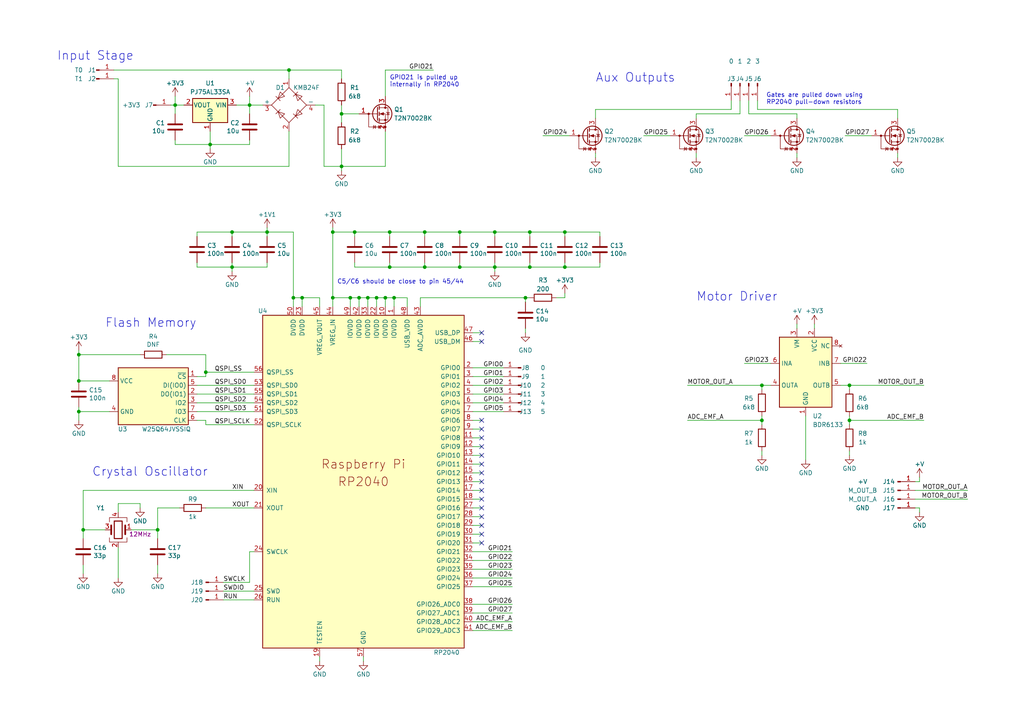
<source format=kicad_sch>
(kicad_sch (version 20230121) (generator eeschema)
  (paper "A4")
  (title_block (title "RP2040-Decoder") (date "2022-01-28") (rev "0.3"))
  (lib_symbols
    (symbol "Conn_01x01_Male_1" (pin_names (offset 1.016) hide)
      (property "Reference" "J1" (at -1.27 0 0))
      (property "Value" "DCC_0" (at -6.35 0 0))
      (symbol "Conn_01x01_Male_1_1_1"
        (polyline (pts (xy 1.27 0) (xy 0.8636 0)) (stroke (width 0.1524)))
        (rectangle (start 0.8636 0.127) (end 0 -0.127) (stroke (width 0.1524)) (fill (type outline)))
        (pin power_out line (at 5.08 0 180) (length 3.81) (name "Pin_1") (number "1"))
      )
    )
    (symbol "Conn_01x01_Male_2" (pin_names (offset 1.016) hide)
      (property "Reference" "J2" (at -1.27 0 0))
      (property "Value" "Conn_01x01_Male_2" (at -6.35 0 0))
      (symbol "Conn_01x01_Male_2_1_1"
        (polyline (pts (xy 1.27 0) (xy 0.8636 0)) (stroke (width 0.1524)))
        (rectangle (start 0.8636 0.127) (end 0 -0.127) (stroke (width 0.1524)) (fill (type outline)))
        (pin power_out line (at 5.08 0 180) (length 3.81) (name "Pin_1") (number "1"))
      )
    )
    (symbol "Connector:Conn_01x01_Male" (pin_names (offset 1.016) hide)
      (property "Reference" "J" (at 0 2.54 0))
      (property "Value" "Conn_01x01_Male" (at 0 -2.54 0))
      (symbol "Conn_01x01_Male_1_1"
        (polyline (pts (xy 1.27 0) (xy 0.8636 0)) (stroke (width 0.1524)))
        (rectangle (start 0.8636 0.127) (end 0 -0.127) (stroke (width 0.1524)) (fill (type outline)))
        (pin passive line (at 5.08 0 180) (length 3.81) (name "Pin_1") (number "1"))
      )
    )
    (symbol "Device:C" (pin_numbers hide) (pin_names (offset 0.254))
      (property "Reference" "C" (at 0.635 2.54 0))
      (property "Value" "C" (at 0.635 -2.54 0))
      (symbol "C_0_1"
        (polyline (pts (xy -2.032 -0.762) (xy 2.032 -0.762)) (stroke (width 0.508)))
        (polyline (pts (xy -2.032 0.762) (xy 2.032 0.762)) (stroke (width 0.508)))
      )
      (symbol "C_1_1"
        (pin passive line (at 0 3.81 270) (length 2.794) (name "~") (number "1"))
        (pin passive line (at 0 -3.81 90) (length 2.794) (name "~") (number "2"))
      )
    )
    (symbol "Device:R" (pin_numbers hide) (pin_names (offset 0))
      (property "Reference" "R" (at 2.032 0 90))
      (property "Value" "R" (at 0 0 90))
      (symbol "R_0_1"
        (rectangle (start -1.016 -2.54) (end 1.016 2.54) (stroke (width 0.254)))
      )
      (symbol "R_1_1"
        (pin passive line (at 0 3.81 270) (length 1.27) (name "~") (number "1"))
        (pin passive line (at 0 -3.81 90) (length 1.27) (name "~") (number "2"))
      )
    )
    (symbol "RP2040-Decoder_Additional_Symbols:+V" (power) (pin_names (offset 0))
      (property "Value" "+V" (at 0 3.556 0))
      (symbol "+V_0_1"
        (polyline (pts (xy -0.762 1.27) (xy 0 2.54)))
        (polyline (pts (xy 0 0) (xy 0 2.54)))
        (polyline (pts (xy 0 2.54) (xy 0.762 1.27)))
      )
      (symbol "+V_1_1"
        (pin power_in line (at 0 0 90) (length 0) hide (name "+V") (number "1"))
      )
    )
    (symbol "RP2040-Decoder_Additional_Symbols:BDR6133"
      (property "Reference" "U" (at 6.35 11.43 0))
      (property "Value" "BDR6133" (at -10.16 11.43 0))
      (symbol "BDR6133_0_1"
        (rectangle (start -7.62 10.16) (end 7.62 -10.16) (stroke (width 0.254)) (fill (type background)))
      )
      (symbol "BDR6133_1_1"
        (pin power_in line (at 0 -12.7 90) (length 2.54) (name "GND") (number "1"))
        (pin power_in line (at 2.54 12.7 270) (length 2.54) (name "VCC") (number "2"))
        (pin power_in line (at -2.54 12.7 270) (length 2.54) (name "VM") (number "3"))
        (pin output line (at -10.16 -3.81 0) (length 2.54) (name "OUTA") (number "4"))
        (pin output line (at 10.16 -3.81 180) (length 2.54) (name "OUTB") (number "5"))
        (pin input line (at -10.16 2.54 0) (length 2.54) (name "INA") (number "6"))
        (pin input line (at 10.16 2.54 180) (length 2.54) (name "INB") (number "7"))
        (pin no_connect line (at 10.16 7.62 180) (length 2.54) (name "NC") (number "8"))
        (pin passive line (at 0 -12.7 90) (length 2.54) hide (name "GND") (number "9"))
      )
    )
    (symbol "RP2040-Decoder_Additional_Symbols:KMB24F" (pin_names (offset 0))
      (property "Reference" "D" (at 2.54 6.985 0))
      (property "Value" "KMB24F" (at 2.54 5.08 0))
      (symbol "KMB24F_0_1"
        (polyline (pts (xy -2.54 3.81) (xy -1.27 2.54)))
        (polyline (pts (xy -1.27 -2.54) (xy -2.54 -3.81)))
        (polyline (pts (xy 2.54 -1.27) (xy 3.81 -2.54)))
        (polyline (pts (xy 2.54 1.27) (xy 3.81 2.54)))
        (polyline (pts (xy -3.81 2.54) (xy -2.54 1.27) (xy -1.905 3.175) (xy -3.81 2.54)))
        (polyline (pts (xy -2.54 -1.27) (xy -3.81 -2.54) (xy -1.905 -3.175) (xy -2.54 -1.27)))
        (polyline (pts (xy 1.27 2.54) (xy 2.54 3.81) (xy 3.175 1.905) (xy 1.27 2.54)))
        (polyline (pts (xy 3.175 -1.905) (xy 1.27 -2.54) (xy 2.54 -3.81) (xy 3.175 -1.905)))
        (polyline (pts (xy -5.08 0) (xy 0 -5.08) (xy 5.08 0) (xy 0 5.08) (xy -5.08 0)))
      )
      (symbol "KMB24F_1_1"
        (pin power_in line (at 0 -7.62 90) (length 2.54) (name "~") (number "1"))
        (pin power_in line (at 0 7.62 270) (length 2.54) (name "~") (number "2"))
        (pin power_out line (at 7.62 0 180) (length 2.54) (name "+") (number "3"))
        (pin power_out line (at -7.62 0 0) (length 2.54) (name "-") (number "4"))
      )
    )
    (symbol "RP2040-Decoder_Additional_Symbols:PJ75AL33SA" (pin_names (offset 0.254))
      (property "Reference" "U" (at -3.81 3.175 0))
      (property "Value" "PJ75AL33SA" (at 0 3.175 0))
      (symbol "PJ75AL33SA_0_1"
        (rectangle (start -5.08 1.905) (end 5.08 -5.08) (stroke (width 0.254)) (fill (type background)))
      )
      (symbol "PJ75AL33SA_1_1"
        (pin power_in line (at 0 -7.62 90) (length 2.54) (name "GND") (number "1"))
        (pin power_out line (at 7.62 0 180) (length 2.54) (name "VOUT") (number "2"))
        (pin power_in line (at -7.62 0 0) (length 2.54) (name "VIN") (number "3"))
      )
    )
    (symbol "RP2040-Decoder_Additional_Symbols:RP2040" (pin_names (offset 1.016))
      (property "Reference" "U" (at -29.21 49.53 0))
      (property "Value" "RP2040" (at 24.13 -49.53 0))
      (symbol "RP2040_0_0"
        (text "Raspberry Pi" (at 0 5.08 0) (effects (font (size 2.54 2.54))))
        (text "RP2040" (at 0 0 0) (effects (font (size 2.54 2.54))))
      )
      (symbol "RP2040_0_1"
        (rectangle (start 29.21 48.26) (end -29.21 -48.26) (stroke (width 0.254)) (fill (type background)))
      )
      (symbol "RP2040_1_1"
        (pin power_in line (at 8.89 50.8 270) (length 2.54) (name "IOVDD") (number "1"))
        (pin power_in line (at 6.35 50.8 270) (length 2.54) (name "IOVDD") (number "10"))
        (pin bidirectional line (at 31.75 12.7 180) (length 2.54) (name "GPIO8") (number "11"))
        (pin bidirectional line (at 31.75 10.16 180) (length 2.54) (name "GPIO9") (number "12"))
        (pin bidirectional line (at 31.75 7.62 180) (length 2.54) (name "GPIO10") (number "13"))
        (pin bidirectional line (at 31.75 5.08 180) (length 2.54) (name "GPIO11") (number "14"))
        (pin bidirectional line (at 31.75 2.54 180) (length 2.54) (name "GPIO12") (number "15"))
        (pin bidirectional line (at 31.75 0 180) (length 2.54) (name "GPIO13") (number "16"))
        (pin bidirectional line (at 31.75 -2.54 180) (length 2.54) (name "GPIO14") (number "17"))
        (pin bidirectional line (at 31.75 -5.08 180) (length 2.54) (name "GPIO15") (number "18"))
        (pin passive line (at -12.7 -50.8 90) (length 2.54) (name "TESTEN") (number "19"))
        (pin bidirectional line (at 31.75 33.02 180) (length 2.54) (name "GPIO0") (number "2"))
        (pin input line (at -31.75 -2.54 0) (length 2.54) (name "XIN") (number "20"))
        (pin passive line (at -31.75 -7.62 0) (length 2.54) (name "XOUT") (number "21"))
        (pin power_in line (at 3.81 50.8 270) (length 2.54) (name "IOVDD") (number "22"))
        (pin power_in line (at -17.78 50.8 270) (length 2.54) (name "DVDD") (number "23"))
        (pin output line (at -31.75 -20.32 0) (length 2.54) (name "SWCLK") (number "24"))
        (pin bidirectional line (at -31.75 -31.75 0) (length 2.54) (name "SWD") (number "25"))
        (pin input line (at -31.75 -34.29 0) (length 2.54) (name "RUN") (number "26"))
        (pin bidirectional line (at 31.75 -7.62 180) (length 2.54) (name "GPIO16") (number "27"))
        (pin bidirectional line (at 31.75 -10.16 180) (length 2.54) (name "GPIO17") (number "28"))
        (pin bidirectional line (at 31.75 -12.7 180) (length 2.54) (name "GPIO18") (number "29"))
        (pin bidirectional line (at 31.75 30.48 180) (length 2.54) (name "GPIO1") (number "3"))
        (pin bidirectional line (at 31.75 -15.24 180) (length 2.54) (name "GPIO19") (number "30"))
        (pin bidirectional line (at 31.75 -17.78 180) (length 2.54) (name "GPIO20") (number "31"))
        (pin bidirectional line (at 31.75 -20.32 180) (length 2.54) (name "GPIO21") (number "32"))
        (pin power_in line (at 1.27 50.8 270) (length 2.54) (name "IOVDD") (number "33"))
        (pin bidirectional line (at 31.75 -22.86 180) (length 2.54) (name "GPIO22") (number "34"))
        (pin bidirectional line (at 31.75 -25.4 180) (length 2.54) (name "GPIO23") (number "35"))
        (pin bidirectional line (at 31.75 -27.94 180) (length 2.54) (name "GPIO24") (number "36"))
        (pin bidirectional line (at 31.75 -30.48 180) (length 2.54) (name "GPIO25") (number "37"))
        (pin bidirectional line (at 31.75 -35.56 180) (length 2.54) (name "GPIO26_ADC0") (number "38"))
        (pin bidirectional line (at 31.75 -38.1 180) (length 2.54) (name "GPIO27_ADC1") (number "39"))
        (pin bidirectional line (at 31.75 27.94 180) (length 2.54) (name "GPIO2") (number "4"))
        (pin bidirectional line (at 31.75 -40.64 180) (length 2.54) (name "GPIO28_ADC2") (number "40"))
        (pin bidirectional line (at 31.75 -43.18 180) (length 2.54) (name "GPIO29_ADC3") (number "41"))
        (pin power_in line (at -1.27 50.8 270) (length 2.54) (name "IOVDD") (number "42"))
        (pin power_in line (at 16.51 50.8 270) (length 2.54) (name "ADC_AVDD") (number "43"))
        (pin power_in line (at -8.89 50.8 270) (length 2.54) (name "VREG_IN") (number "44"))
        (pin power_out line (at -12.7 50.8 270) (length 2.54) (name "VREG_VOUT") (number "45"))
        (pin bidirectional line (at 31.75 40.64 180) (length 2.54) (name "USB_DM") (number "46"))
        (pin bidirectional line (at 31.75 43.18 180) (length 2.54) (name "USB_DP") (number "47"))
        (pin power_in line (at 12.7 50.8 270) (length 2.54) (name "USB_VDD") (number "48"))
        (pin power_in line (at -3.81 50.8 270) (length 2.54) (name "IOVDD") (number "49"))
        (pin bidirectional line (at 31.75 25.4 180) (length 2.54) (name "GPIO3") (number "5"))
        (pin power_in line (at -20.32 50.8 270) (length 2.54) (name "DVDD") (number "50"))
        (pin bidirectional line (at -31.75 20.32 0) (length 2.54) (name "QSPI_SD3") (number "51"))
        (pin output line (at -31.75 16.51 0) (length 2.54) (name "QSPI_SCLK") (number "52"))
        (pin bidirectional line (at -31.75 27.94 0) (length 2.54) (name "QSPI_SD0") (number "53"))
        (pin bidirectional line (at -31.75 22.86 0) (length 2.54) (name "QSPI_SD2") (number "54"))
        (pin bidirectional line (at -31.75 25.4 0) (length 2.54) (name "QSPI_SD1") (number "55"))
        (pin bidirectional line (at -31.75 31.75 0) (length 2.54) (name "QSPI_SS") (number "56"))
        (pin power_in line (at 0 -50.8 90) (length 2.54) (name "GND") (number "57"))
        (pin bidirectional line (at 31.75 22.86 180) (length 2.54) (name "GPIO4") (number "6"))
        (pin bidirectional line (at 31.75 20.32 180) (length 2.54) (name "GPIO5") (number "7"))
        (pin bidirectional line (at 31.75 17.78 180) (length 2.54) (name "GPIO6") (number "8"))
        (pin bidirectional line (at 31.75 15.24 180) (length 2.54) (name "GPIO7") (number "9"))
      )
    )
    (symbol "RP2040-Decoder_Additional_Symbols:T2N7002BK" (pin_names (offset 0) hide)
      (property "Reference" "Q" (at 5.08 1.905 0))
      (property "Value" "T2N7002BK" (at 5.08 0 0))
      (symbol "T2N7002BK_0_1"
        (polyline (pts (xy 2.54 -3.81) (xy -2.286 -3.81) (xy -2.286 0)))
      )
      (symbol "T2N7002BK_1_1"
        (circle (center -2.286 0) (radius 0.254) (fill (type outline)))
        (polyline (pts (xy 0.254 0) (xy -2.54 0)))
        (polyline (pts (xy 0.254 1.905) (xy 0.254 -1.905)) (stroke (width 0.254)))
        (polyline (pts (xy 0.762 -1.27) (xy 0.762 -2.286)) (stroke (width 0.254)))
        (polyline (pts (xy 0.762 0.508) (xy 0.762 -0.508)) (stroke (width 0.254)))
        (polyline (pts (xy 0.762 2.286) (xy 0.762 1.27)) (stroke (width 0.254)))
        (polyline (pts (xy 2.54 2.54) (xy 2.54 1.778)))
        (polyline (pts (xy 2.54 -2.54) (xy 2.54 0) (xy 0.762 0)))
        (polyline (pts (xy -1.016 -4.318) (xy -0.889 -4.191) (xy -0.889 -3.429) (xy -0.762 -3.302)))
        (polyline (pts (xy -0.889 -3.81) (xy -0.254 -4.191) (xy -0.254 -3.429) (xy -0.889 -3.81)))
        (polyline (pts (xy 0.762 -1.778) (xy 3.302 -1.778) (xy 3.302 1.778) (xy 0.762 1.778)))
        (polyline (pts (xy 1.016 0) (xy 2.032 0.381) (xy 2.032 -0.381) (xy 1.016 0)) (fill (type outline)))
        (polyline (pts (xy 1.143 -3.81) (xy 0.508 -3.429) (xy 0.508 -4.191) (xy 1.143 -3.81)))
        (polyline (pts (xy 1.27 -3.302) (xy 1.143 -3.429) (xy 1.143 -4.191) (xy 1.016 -4.318)))
        (polyline (pts (xy 2.794 0.508) (xy 2.921 0.381) (xy 3.683 0.381) (xy 3.81 0.254)))
        (polyline (pts (xy 3.302 0.381) (xy 2.921 -0.254) (xy 3.683 -0.254) (xy 3.302 0.381)))
        (circle (center 1.651 0) (radius 2.794) (stroke (width 0.254)))
        (circle (center 2.54 -3.81) (radius 0.254) (fill (type outline)))
        (circle (center 2.54 -1.778) (radius 0.254) (fill (type outline)))
        (circle (center 2.54 1.778) (radius 0.254) (fill (type outline)))
        (pin input line (at -5.08 0 0) (length 2.54) (name "G") (number "1"))
        (pin passive line (at 2.54 -5.08 90) (length 2.54) (name "S") (number "2"))
        (pin passive line (at 2.54 5.08 270) (length 2.54) (name "D") (number "3"))
      )
    )
    (symbol "RP2040-Decoder_Additional_Symbols:W25Q64JVSSIQ"
      (property "Reference" "U" (at -8.89 -10.16 0))
      (property "Value" "W25Q64JVSSIQ" (at 3.81 -10.16 0))
      (symbol "W25Q64JVSSIQ_0_1"
        (rectangle (start -10.16 7.62) (end 10.16 -8.89) (stroke (width 0.254)) (fill (type background)))
      )
      (symbol "W25Q64JVSSIQ_1_1"
        (pin input line (at 12.7 5.08 180) (length 2.54) (name "~{CS}") (number "1"))
        (pin bidirectional line (at 12.7 0 180) (length 2.54) (name "DO(IO1)") (number "2"))
        (pin bidirectional line (at 12.7 -2.54 180) (length 2.54) (name "IO2") (number "3"))
        (pin power_in line (at -12.7 -5.08 0) (length 2.54) (name "GND") (number "4"))
        (pin bidirectional line (at 12.7 2.54 180) (length 2.54) (name "DI(IO0)") (number "5"))
        (pin input line (at 12.7 -7.62 180) (length 2.54) (name "CLK") (number "6"))
        (pin bidirectional line (at 12.7 -5.08 180) (length 2.54) (name "IO3") (number "7"))
        (pin power_in line (at -12.7 3.81 0) (length 2.54) (name "VCC") (number "8"))
      )
    )
    (symbol "RP2040-Decoder_Additional_Symbols:X322512MSB4SI" (pin_names (offset 1.016) hide)
      (property "Reference" "Y" (at 3.175 5.08 0))
      (property "Value" "X322512MSB4SI" (at 3.175 3.175 0))
      (property "Frequency" "12MHz" (at 6.35 -2.54 0))
      (symbol "X322512MSB4SI_0_1"
        (rectangle (start -1.143 2.54) (end 1.143 -2.54) (stroke (width 0.3048)))
        (polyline (pts (xy -2.54 0) (xy -2.032 0)))
        (polyline (pts (xy -2.032 -1.27) (xy -2.032 1.27)) (stroke (width 0.508)))
        (polyline (pts (xy 0 -3.81) (xy 0 -3.556)))
        (polyline (pts (xy 0 3.556) (xy 0 3.81)))
        (polyline (pts (xy 2.032 -1.27) (xy 2.032 1.27)) (stroke (width 0.508)))
        (polyline (pts (xy 2.032 0) (xy 2.54 0)))
        (polyline (pts (xy -2.54 -2.286) (xy -2.54 -3.556) (xy 2.54 -3.556) (xy 2.54 -2.286)))
        (polyline (pts (xy -2.54 2.286) (xy -2.54 3.556) (xy 2.54 3.556) (xy 2.54 2.286)))
      )
      (symbol "X322512MSB4SI_1_1"
        (pin passive line (at -3.81 0 0) (length 1.27) (name "1") (number "1"))
        (pin passive line (at 0 5.08 270) (length 1.27) (name "2") (number "2"))
        (pin passive line (at 3.81 0 180) (length 1.27) (name "3") (number "3"))
        (pin passive line (at 0 -5.08 90) (length 1.27) (name "4") (number "4"))
      )
    )
    (symbol "R_1" (pin_numbers hide) (pin_names (offset 0))
      (property "Reference" "R3" (at 0 5.08 90))
      (property "Value" "200" (at 0 2.54 90))
      (symbol "R_1_0_1"
        (rectangle (start -1.016 -2.54) (end 1.016 2.54) (stroke (width 0.254)))
      )
      (symbol "R_1_1_1"
        (pin passive line (at 0 3.81 270) (length 1.27) (name "~") (number "1"))
        (pin power_out line (at 0 -3.81 90) (length 1.27) (name "~") (number "2"))
      )
    )
    (symbol "power:+1V1" (power) (pin_names (offset 0))
      (property "Value" "+1V1" (at 0 3.556 0))
      (symbol "+1V1_0_1"
        (polyline (pts (xy -0.762 1.27) (xy 0 2.54)))
        (polyline (pts (xy 0 0) (xy 0 2.54)))
        (polyline (pts (xy 0 2.54) (xy 0.762 1.27)))
      )
      (symbol "+1V1_1_1"
        (pin power_in line (at 0 0 90) (length 0) hide (name "+1V1") (number "1"))
      )
    )
    (symbol "power:+3V3" (power) (pin_names (offset 0))
      (property "Value" "+3V3" (at 0 3.556 0))
      (symbol "+3V3_0_1"
        (polyline (pts (xy -0.762 1.27) (xy 0 2.54)))
        (polyline (pts (xy 0 0) (xy 0 2.54)))
        (polyline (pts (xy 0 2.54) (xy 0.762 1.27)))
      )
      (symbol "+3V3_1_1"
        (pin power_in line (at 0 0 90) (length 0) hide (name "+3V3") (number "1"))
      )
    )
    (symbol "power:GND" (power) (pin_names (offset 0))
      (property "Value" "GND" (at 0 -3.81 0))
      (symbol "GND_0_1"
        (polyline (pts (xy 0 0) (xy 0 -1.27) (xy 1.27 -1.27) (xy 0 -2.54) (xy -1.27 -1.27) (xy 0 -1.27)))
      )
      (symbol "GND_1_1"
        (pin power_in line (at 0 0 270) (length 0) hide (name "GND") (number "1"))
      )
    )
  )
  (junction (at 153.67 77.47))
  (junction (at 163.83 67.31))
  (junction (at 114.3 86.36))
  (junction (at 113.03 77.47))
  (junction (at 99.06 48.26))
  (junction (at 152.4 86.36))
  (junction (at 153.67 67.31))
  (junction (at 133.35 67.31))
  (junction (at 102.87 67.31))
  (junction (at 123.19 67.31))
  (junction (at 83.82 20.32))
  (junction (at 143.51 77.47))
  (junction (at 24.13 153.67))
  (junction (at 67.31 77.47))
  (junction (at 111.76 86.36))
  (junction (at 85.09 86.36))
  (junction (at 67.31 67.31))
  (junction (at 104.14 86.36))
  (junction (at 50.8 30.48))
  (junction (at 22.86 119.38))
  (junction (at 60.96 41.91))
  (junction (at 87.63 86.36))
  (junction (at 96.52 67.31))
  (junction (at 246.38 111.76))
  (junction (at 99.06 33.02))
  (junction (at 109.22 86.36))
  (junction (at 143.51 67.31))
  (junction (at 45.72 153.67))
  (junction (at 96.52 86.36))
  (junction (at 77.47 67.31))
  (junction (at 163.83 77.47))
  (junction (at 22.86 102.87))
  (junction (at 246.38 121.92))
  (junction (at 133.35 77.47))
  (junction (at 123.19 77.47))
  (junction (at 101.6 86.36))
  (junction (at 22.86 110.49))
  (junction (at 106.68 86.36))
  (junction (at 113.03 67.31))
  (junction (at 220.98 121.92))
  (junction (at 59.69 107.95))
  (junction (at 220.98 111.76))
  (junction (at 72.39 30.48))
  (no_connect (at 139.7 154.94))
  (no_connect (at 139.7 142.24))
  (no_connect (at 139.7 121.92))
  (no_connect (at 139.7 137.16))
  (no_connect (at 139.7 144.78))
  (no_connect (at 139.7 139.7))
  (no_connect (at 139.7 147.32))
  (no_connect (at 139.7 152.4))
  (no_connect (at 139.7 129.54))
  (no_connect (at 139.7 99.06))
  (no_connect (at 139.7 134.62))
  (no_connect (at 139.7 124.46))
  (no_connect (at 139.7 127))
  (no_connect (at 139.7 96.52))
  (no_connect (at 139.7 157.48))
  (no_connect (at 139.7 132.08))
  (no_connect (at 139.7 149.86))
  (wire (pts (xy 246.38 113.03) (xy 246.38 111.76)))
  (wire (pts (xy 152.4 86.36) (xy 153.67 86.36)))
  (wire (pts (xy 59.69 107.95) (xy 73.66 107.95)))
  (wire (pts (xy 121.92 86.36) (xy 152.4 86.36)))
  (wire (pts (xy 260.35 44.45) (xy 260.35 45.72)))
  (wire (pts (xy 92.71 190.5) (xy 92.71 191.77)))
  (wire (pts (xy 34.29 48.26) (xy 83.82 48.26)))
  (wire (pts (xy 157.48 39.37) (xy 165.1 39.37)))
  (wire (pts (xy 102.87 68.58) (xy 102.87 67.31)))
  (wire (pts (xy 163.83 67.31) (xy 163.83 68.58)))
  (wire (pts (xy 143.51 78.74) (xy 143.51 77.47)))
  (wire (pts (xy 215.9 39.37) (xy 223.52 39.37)))
  (wire (pts (xy 199.39 121.92) (xy 220.98 121.92)))
  (wire (pts (xy 45.72 147.32) (xy 52.07 147.32)))
  (wire (pts (xy 101.6 86.36) (xy 104.14 86.36)))
  (wire (pts (xy 137.16 175.26) (xy 148.59 175.26)))
  (wire (pts (xy 67.31 67.31) (xy 77.47 67.31)))
  (wire (pts (xy 45.72 163.83) (xy 45.72 166.37)))
  (wire (pts (xy 111.76 86.36) (xy 111.76 88.9)))
  (wire (pts (xy 87.63 86.36) (xy 87.63 88.9)))
  (wire (pts (xy 60.96 41.91) (xy 72.39 41.91)))
  (wire (pts (xy 113.03 67.31) (xy 113.03 68.58)))
  (wire (pts (xy 96.52 86.36) (xy 96.52 88.9)))
  (wire (pts (xy 34.29 146.05) (xy 40.64 146.05)))
  (wire (pts (xy 143.51 67.31) (xy 143.51 68.58)))
  (wire (pts (xy 67.31 77.47) (xy 67.31 76.2)))
  (wire (pts (xy 93.98 30.48) (xy 93.98 48.26)))
  (wire (pts (xy 137.16 157.48) (xy 139.7 157.48)))
  (wire (pts (xy 153.67 67.31) (xy 163.83 67.31)))
  (wire (pts (xy 67.31 67.31) (xy 67.31 68.58)))
  (wire (pts (xy 57.15 77.47) (xy 67.31 77.47)))
  (wire (pts (xy 214.63 29.21) (xy 214.63 33.02)))
  (wire (pts (xy 172.72 44.45) (xy 172.72 45.72)))
  (wire (pts (xy 163.83 86.36) (xy 163.83 85.09)))
  (wire (pts (xy 77.47 77.47) (xy 67.31 77.47)))
  (wire (pts (xy 153.67 77.47) (xy 163.83 77.47)))
  (wire (pts (xy 266.7 147.32) (xy 266.7 148.59)))
  (wire (pts (xy 231.14 33.02) (xy 231.14 34.29)))
  (wire (pts (xy 77.47 67.31) (xy 77.47 68.58)))
  (wire (pts (xy 72.39 168.91) (xy 72.39 160.02)))
  (wire (pts (xy 92.71 86.36) (xy 87.63 86.36)))
  (wire (pts (xy 96.52 67.31) (xy 96.52 86.36)))
  (wire (pts (xy 114.3 86.36) (xy 114.3 88.9)))
  (wire (pts (xy 137.16 177.8) (xy 148.59 177.8)))
  (wire (pts (xy 220.98 111.76) (xy 223.52 111.76)))
  (wire (pts (xy 113.03 76.2) (xy 113.03 77.47)))
  (wire (pts (xy 215.9 105.41) (xy 223.52 105.41)))
  (wire (pts (xy 105.41 190.5) (xy 105.41 191.77)))
  (wire (pts (xy 137.16 109.22) (xy 146.05 109.22)))
  (wire (pts (xy 57.15 68.58) (xy 57.15 67.31)))
  (wire (pts (xy 137.16 170.18) (xy 148.59 170.18)))
  (wire (pts (xy 33.02 20.32) (xy 83.82 20.32)))
  (wire (pts (xy 243.84 105.41) (xy 251.46 105.41)))
  (wire (pts (xy 99.06 33.02) (xy 104.14 33.02)))
  (wire (pts (xy 137.16 149.86) (xy 139.7 149.86)))
  (wire (pts (xy 137.16 119.38) (xy 146.05 119.38)))
  (wire (pts (xy 137.16 111.76) (xy 146.05 111.76)))
  (wire (pts (xy 137.16 124.46) (xy 139.7 124.46)))
  (wire (pts (xy 64.77 171.45) (xy 73.66 171.45)))
  (wire (pts (xy 163.83 67.31) (xy 173.99 67.31)))
  (wire (pts (xy 45.72 153.67) (xy 45.72 156.21)))
  (wire (pts (xy 133.35 77.47) (xy 123.19 77.47)))
  (wire (pts (xy 64.77 168.91) (xy 72.39 168.91)))
  (wire (pts (xy 24.13 163.83) (xy 24.13 166.37)))
  (wire (pts (xy 137.16 137.16) (xy 139.7 137.16)))
  (wire (pts (xy 72.39 30.48) (xy 68.58 30.48)))
  (wire (pts (xy 220.98 130.81) (xy 220.98 132.08)))
  (wire (pts (xy 99.06 43.18) (xy 99.06 48.26)))
  (wire (pts (xy 152.4 95.25) (xy 152.4 96.52)))
  (wire (pts (xy 109.22 86.36) (xy 109.22 88.9)))
  (wire (pts (xy 123.19 67.31) (xy 123.19 68.58)))
  (wire (pts (xy 45.72 147.32) (xy 45.72 153.67)))
  (wire (pts (xy 201.93 33.02) (xy 214.63 33.02)))
  (wire (pts (xy 220.98 121.92) (xy 220.98 120.65)))
  (wire (pts (xy 57.15 116.84) (xy 73.66 116.84)))
  (wire (pts (xy 143.51 77.47) (xy 133.35 77.47)))
  (wire (pts (xy 76.2 30.48) (xy 72.39 30.48)))
  (wire (pts (xy 57.15 121.92) (xy 59.69 121.92)))
  (wire (pts (xy 31.75 110.49) (xy 22.86 110.49)))
  (wire (pts (xy 121.92 88.9) (xy 121.92 86.36)))
  (wire (pts (xy 137.16 167.64) (xy 148.59 167.64)))
  (wire (pts (xy 72.39 30.48) (xy 72.39 27.94)))
  (wire (pts (xy 265.43 147.32) (xy 266.7 147.32)))
  (wire (pts (xy 212.09 29.21) (xy 212.09 31.75)))
  (wire (pts (xy 137.16 165.1) (xy 148.59 165.1)))
  (wire (pts (xy 104.14 86.36) (xy 104.14 88.9)))
  (wire (pts (xy 83.82 20.32) (xy 99.06 20.32)))
  (wire (pts (xy 137.16 96.52) (xy 139.7 96.52)))
  (wire (pts (xy 111.76 38.1) (xy 111.76 48.26)))
  (wire (pts (xy 60.96 41.91) (xy 50.8 41.91)))
  (wire (pts (xy 102.87 67.31) (xy 113.03 67.31)))
  (wire (pts (xy 143.51 77.47) (xy 153.67 77.47)))
  (wire (pts (xy 173.99 77.47) (xy 163.83 77.47)))
  (wire (pts (xy 50.8 40.64) (xy 50.8 41.91)))
  (wire (pts (xy 212.09 31.75) (xy 172.72 31.75)))
  (wire (pts (xy 186.69 39.37) (xy 194.31 39.37)))
  (wire (pts (xy 246.38 111.76) (xy 267.97 111.76)))
  (wire (pts (xy 22.86 121.92) (xy 22.86 119.38)))
  (wire (pts (xy 38.1 153.67) (xy 45.72 153.67)))
  (wire (pts (xy 59.69 102.87) (xy 59.69 107.95)))
  (wire (pts (xy 24.13 153.67) (xy 24.13 156.21)))
  (wire (pts (xy 137.16 182.88) (xy 148.59 182.88)))
  (wire (pts (xy 220.98 123.19) (xy 220.98 121.92)))
  (wire (pts (xy 59.69 109.22) (xy 59.69 107.95)))
  (wire (pts (xy 113.03 77.47) (xy 123.19 77.47)))
  (wire (pts (xy 246.38 121.92) (xy 246.38 120.65)))
  (wire (pts (xy 137.16 152.4) (xy 139.7 152.4)))
  (wire (pts (xy 201.93 44.45) (xy 201.93 45.72)))
  (wire (pts (xy 266.7 138.43) (xy 266.7 139.7)))
  (wire (pts (xy 106.68 86.36) (xy 109.22 86.36)))
  (wire (pts (xy 137.16 132.08) (xy 139.7 132.08)))
  (wire (pts (xy 34.29 158.75) (xy 34.29 167.64)))
  (wire (pts (xy 102.87 77.47) (xy 102.87 76.2)))
  (wire (pts (xy 106.68 86.36) (xy 106.68 88.9)))
  (wire (pts (xy 24.13 142.24) (xy 24.13 153.67)))
  (wire (pts (xy 118.11 86.36) (xy 118.11 88.9)))
  (wire (pts (xy 22.86 119.38) (xy 22.86 118.11)))
  (wire (pts (xy 123.19 67.31) (xy 133.35 67.31)))
  (wire (pts (xy 137.16 116.84) (xy 146.05 116.84)))
  (wire (pts (xy 99.06 49.53) (xy 99.06 48.26)))
  (wire (pts (xy 64.77 173.99) (xy 73.66 173.99)))
  (wire (pts (xy 22.86 102.87) (xy 40.64 102.87)))
  (wire (pts (xy 137.16 162.56) (xy 148.59 162.56)))
  (wire (pts (xy 219.71 29.21) (xy 219.71 31.75)))
  (wire (pts (xy 57.15 114.3) (xy 73.66 114.3)))
  (wire (pts (xy 173.99 67.31) (xy 173.99 68.58)))
  (wire (pts (xy 59.69 147.32) (xy 73.66 147.32)))
  (wire (pts (xy 123.19 76.2) (xy 123.19 77.47)))
  (wire (pts (xy 99.06 20.32) (xy 99.06 22.86)))
  (wire (pts (xy 87.63 86.36) (xy 85.09 86.36)))
  (wire (pts (xy 146.05 106.68) (xy 137.16 106.68)))
  (wire (pts (xy 60.96 41.91) (xy 60.96 43.18)))
  (wire (pts (xy 33.02 22.86) (xy 34.29 22.86)))
  (wire (pts (xy 73.66 142.24) (xy 24.13 142.24)))
  (wire (pts (xy 236.22 93.98) (xy 236.22 95.25)))
  (wire (pts (xy 199.39 111.76) (xy 220.98 111.76)))
  (wire (pts (xy 246.38 121.92) (xy 246.38 123.19)))
  (wire (pts (xy 57.15 76.2) (xy 57.15 77.47)))
  (wire (pts (xy 246.38 111.76) (xy 243.84 111.76)))
  (wire (pts (xy 260.35 31.75) (xy 260.35 34.29)))
  (wire (pts (xy 111.76 86.36) (xy 114.3 86.36)))
  (wire (pts (xy 57.15 111.76) (xy 73.66 111.76)))
  (wire (pts (xy 133.35 67.31) (xy 133.35 68.58)))
  (wire (pts (xy 83.82 38.1) (xy 83.82 48.26)))
  (wire (pts (xy 49.53 30.48) (xy 50.8 30.48)))
  (wire (pts (xy 280.67 144.78) (xy 265.43 144.78)))
  (wire (pts (xy 172.72 31.75) (xy 172.72 34.29)))
  (wire (pts (xy 92.71 86.36) (xy 92.71 88.9)))
  (wire (pts (xy 137.16 154.94) (xy 139.7 154.94)))
  (wire (pts (xy 266.7 139.7) (xy 265.43 139.7)))
  (wire (pts (xy 246.38 121.92) (xy 267.97 121.92)))
  (wire (pts (xy 173.99 76.2) (xy 173.99 77.47)))
  (wire (pts (xy 77.47 67.31) (xy 77.47 66.04)))
  (wire (pts (xy 102.87 77.47) (xy 113.03 77.47)))
  (wire (pts (xy 57.15 67.31) (xy 67.31 67.31)))
  (wire (pts (xy 133.35 67.31) (xy 143.51 67.31)))
  (wire (pts (xy 99.06 33.02) (xy 99.06 35.56)))
  (wire (pts (xy 245.11 39.37) (xy 252.73 39.37)))
  (wire (pts (xy 137.16 147.32) (xy 139.7 147.32)))
  (wire (pts (xy 219.71 31.75) (xy 260.35 31.75)))
  (wire (pts (xy 201.93 34.29) (xy 201.93 33.02)))
  (wire (pts (xy 231.14 44.45) (xy 231.14 45.72)))
  (wire (pts (xy 91.44 30.48) (xy 93.98 30.48)))
  (wire (pts (xy 109.22 86.36) (xy 111.76 86.36)))
  (wire (pts (xy 137.16 127) (xy 139.7 127)))
  (wire (pts (xy 77.47 67.31) (xy 85.09 67.31)))
  (wire (pts (xy 34.29 146.05) (xy 34.29 148.59)))
  (wire (pts (xy 57.15 109.22) (xy 59.69 109.22)))
  (wire (pts (xy 50.8 30.48) (xy 50.8 33.02)))
  (wire (pts (xy 153.67 77.47) (xy 153.67 76.2)))
  (wire (pts (xy 137.16 180.34) (xy 148.59 180.34)))
  (wire (pts (xy 67.31 78.74) (xy 67.31 77.47)))
  (wire (pts (xy 59.69 123.19) (xy 73.66 123.19)))
  (wire (pts (xy 137.16 139.7) (xy 139.7 139.7)))
  (wire (pts (xy 77.47 76.2) (xy 77.47 77.47)))
  (wire (pts (xy 217.17 33.02) (xy 231.14 33.02)))
  (wire (pts (xy 137.16 160.02) (xy 148.59 160.02)))
  (wire (pts (xy 57.15 119.38) (xy 73.66 119.38)))
  (wire (pts (xy 161.29 86.36) (xy 163.83 86.36)))
  (wire (pts (xy 137.16 121.92) (xy 139.7 121.92)))
  (wire (pts (xy 72.39 30.48) (xy 72.39 33.02)))
  (wire (pts (xy 220.98 113.03) (xy 220.98 111.76)))
  (wire (pts (xy 231.14 93.98) (xy 231.14 95.25)))
  (wire (pts (xy 280.67 142.24) (xy 265.43 142.24)))
  (wire (pts (xy 59.69 121.92) (xy 59.69 123.19)))
  (wire (pts (xy 104.14 86.36) (xy 106.68 86.36)))
  (wire (pts (xy 137.16 114.3) (xy 146.05 114.3)))
  (wire (pts (xy 133.35 76.2) (xy 133.35 77.47)))
  (wire (pts (xy 102.87 67.31) (xy 96.52 67.31)))
  (wire (pts (xy 24.13 153.67) (xy 30.48 153.67)))
  (wire (pts (xy 137.16 129.54) (xy 139.7 129.54)))
  (wire (pts (xy 22.86 101.6) (xy 22.86 102.87)))
  (wire (pts (xy 137.16 99.06) (xy 139.7 99.06)))
  (wire (pts (xy 50.8 30.48) (xy 50.8 27.94)))
  (wire (pts (xy 137.16 142.24) (xy 139.7 142.24)))
  (wire (pts (xy 114.3 86.36) (xy 118.11 86.36)))
  (wire (pts (xy 101.6 86.36) (xy 96.52 86.36)))
  (wire (pts (xy 85.09 86.36) (xy 85.09 88.9)))
  (wire (pts (xy 72.39 160.02) (xy 73.66 160.02)))
  (wire (pts (xy 83.82 22.86) (xy 83.82 20.32)))
  (wire (pts (xy 72.39 40.64) (xy 72.39 41.91)))
  (wire (pts (xy 93.98 48.26) (xy 99.06 48.26)))
  (wire (pts (xy 217.17 29.21) (xy 217.17 33.02)))
  (wire (pts (xy 143.51 67.31) (xy 153.67 67.31)))
  (wire (pts (xy 40.64 146.05) (xy 40.64 147.32)))
  (wire (pts (xy 60.96 38.1) (xy 60.96 41.91)))
  (wire (pts (xy 53.34 30.48) (xy 50.8 30.48)))
  (wire (pts (xy 152.4 86.36) (xy 152.4 87.63)))
  (wire (pts (xy 137.16 134.62) (xy 139.7 134.62)))
  (wire (pts (xy 111.76 20.32) (xy 111.76 27.94)))
  (wire (pts (xy 48.26 102.87) (xy 59.69 102.87)))
  (wire (pts (xy 233.68 120.65) (xy 233.68 133.35)))
  (wire (pts (xy 137.16 144.78) (xy 139.7 144.78)))
  (wire (pts (xy 96.52 66.04) (xy 96.52 67.31)))
  (wire (pts (xy 113.03 67.31) (xy 123.19 67.31)))
  (wire (pts (xy 111.76 20.32) (xy 125.73 20.32)))
  (wire (pts (xy 85.09 67.31) (xy 85.09 86.36)))
  (wire (pts (xy 99.06 48.26) (xy 111.76 48.26)))
  (wire (pts (xy 163.83 77.47) (xy 163.83 76.2)))
  (wire (pts (xy 153.67 67.31) (xy 153.67 68.58)))
  (wire (pts (xy 246.38 130.81) (xy 246.38 132.08)))
  (wire (pts (xy 101.6 88.9) (xy 101.6 86.36)))
  (wire (pts (xy 34.29 22.86) (xy 34.29 48.26)))
  (wire (pts (xy 99.06 30.48) (xy 99.06 33.02)))
  (wire (pts (xy 143.51 76.2) (xy 143.51 77.47)))
  (wire (pts (xy 22.86 119.38) (xy 31.75 119.38)))
  (wire (pts (xy 22.86 102.87) (xy 22.86 110.49)))
  (text "Gates are pulled down using\nRP2040 pull-down resistors" (at 222.25 30.48 0) (effects (font (size 1.27 1.27)) (justify left bottom)))
  (text "Motor Driver" (at 201.93 87.63 0) (effects (font (size 2.54 2.54)) (justify left bottom)))
  (text "GPIO21 is pulled up\ninternally in RP2040" (at 113.03 25.4 0) (effects (font (size 1.27 1.27)) (justify left bottom)))
  (text "Aux Outputs" (at 172.72 24.13 0) (effects (font (size 2.54 2.54)) (justify left bottom)))
  (text "Crystal Oscillator" (at 26.67 138.43 0) (effects (font (size 2.54 2.54)) (justify left bottom)))
  (text "C5/C6 should be close to pin 45/44" (at 97.79 82.55 0) (effects (font (size 1.27 1.27)) (justify left bottom)))
  (text "Flash Memory" (at 30.48 95.25 0) (effects (font (size 2.54 2.54)) (justify left bottom)))
  (text "Input Stage" (at 16.51 17.78 0) (effects (font (size 2.54 2.54)) (justify left bottom)))
  (label "GPIO24" (at 148.59 167.64 180))
  (label "MOTOR_OUT_B" (at 267.97 111.76 180))
  (label "GPIO4" (at 146.05 116.84 180))
  (label "SWDIO" (at 64.77 171.45 0))
  (label "ADC_EMF_A" (at 148.59 180.34 180))
  (label "XOUT" (at 67.31 147.32 0))
  (label "GPIO27" (at 245.11 39.37 0))
  (label "QSPI_SD0" (at 62.23 111.76 0))
  (label "GPIO22" (at 148.59 162.56 180))
  (label "XIN" (at 67.31 142.24 0))
  (label "ADC_EMF_A" (at 199.39 121.92 0))
  (label "GPIO21" (at 125.73 20.32 180))
  (label "SWCLK" (at 64.77 168.91 0))
  (label "QSPI_SD3" (at 62.23 119.38 0))
  (label "GPIO2" (at 146.05 111.76 180))
  (label "ADC_EMF_B" (at 148.59 182.88 180))
  (label "GPIO23" (at 215.9 105.41 0))
  (label "GPIO5" (at 146.05 119.38 180))
  (label "GPIO24" (at 157.48 39.37 0))
  (label "GPIO26" (at 215.9 39.37 0))
  (label "QSPI_SD1" (at 62.23 114.3 0))
  (label "MOTOR_OUT_A" (at 280.67 142.24 180))
  (label "GPIO0" (at 146.05 106.68 180))
  (label "GPIO25" (at 148.59 170.18 180))
  (label "RUN" (at 64.77 173.99 0))
  (label "GPIO22" (at 251.46 105.41 180))
  (label "QSPI_SCLK" (at 62.23 123.19 0))
  (label "GPIO3" (at 146.05 114.3 180))
  (label "GPIO23" (at 148.59 165.1 180))
  (label "GPIO21" (at 148.59 160.02 180))
  (label "MOTOR_OUT_A" (at 199.39 111.76 0))
  (label "ADC_EMF_B" (at 267.97 121.92 180))
  (label "GPIO26" (at 148.59 175.26 180))
  (label "GPIO27" (at 148.59 177.8 180))
  (label "QSPI_SD2" (at 62.23 116.84 0))
  (label "MOTOR_OUT_B" (at 280.67 144.78 180))
  (label "GPIO25" (at 186.69 39.37 0))
  (label "QSPI_SS" (at 62.23 107.95 0))
  (label "GPIO1" (at 146.05 109.22 180))
  (symbol (lib_id "Device:C") (at 102.87 72.39 0) (unit 1)
    (property "Reference" "C6" (at 105.791 71.2216 0) (effects (justify left)))
    (property "Value" "10u" (at 105.791 73.533 0) (effects (justify left)))
    (property "Footprint" "RP2040-Decoder_Additional_Footprints:C_0603_1608Metric" (effects hide))
  )
  (symbol (lib_id "Device:C") (at 77.47 72.39 0) (unit 1)
    (property "Reference" "C5" (at 80.391 71.2216 0) (effects (justify left)))
    (property "Value" "10u" (at 80.391 73.533 0) (effects (justify left)))
    (property "Footprint" "Capacitor_SMD:C_0201_0603Metric" (effects hide))
  )
  (symbol (lib_id "Device:C") (at 113.03 72.39 0) (unit 1)
    (property "Reference" "C7" (at 115.951 71.2216 0) (effects (justify left)))
    (property "Value" "100n" (at 115.951 73.533 0) (effects (justify left)))
    (property "Footprint" "Capacitor_SMD:C_0201_0603Metric" (effects hide))
  )
  (symbol (lib_id "Device:C") (at 123.19 72.39 0) (unit 1)
    (property "Reference" "C8" (at 126.111 71.2216 0) (effects (justify left)))
    (property "Value" "100n" (at 126.111 73.533 0) (effects (justify left)))
    (property "Footprint" "Capacitor_SMD:C_0201_0603Metric" (effects hide))
  )
  (symbol (lib_id "Device:C") (at 133.35 72.39 0) (unit 1)
    (property "Reference" "C9" (at 136.271 71.2216 0) (effects (justify left)))
    (property "Value" "100n" (at 136.271 73.533 0) (effects (justify left)))
    (property "Footprint" "Capacitor_SMD:C_0201_0603Metric" (effects hide))
  )
  (symbol (lib_id "Device:C") (at 143.51 72.39 0) (unit 1)
    (property "Reference" "C10" (at 146.431 71.2216 0) (effects (justify left)))
    (property "Value" "100n" (at 146.431 73.533 0) (effects (justify left)))
    (property "Footprint" "Capacitor_SMD:C_0201_0603Metric" (effects hide))
  )
  (symbol (lib_id "power:+1V1") (at 77.47 66.04 0) (unit 1)
    (property "Reference" "#PWR09" (effects hide))
    (property "Value" "+1V1" (at 77.47 62.23 0))
  )
  (symbol (lib_id "Device:C") (at 67.31 72.39 0) (unit 1)
    (property "Reference" "C4" (at 70.231 71.2216 0) (effects (justify left)))
    (property "Value" "100n" (at 70.231 73.533 0) (effects (justify left)))
    (property "Footprint" "Capacitor_SMD:C_0201_0603Metric" (effects hide))
  )
  (symbol (lib_id "Device:C") (at 57.15 72.39 0) (unit 1)
    (property "Reference" "C3" (at 60.071 71.2216 0) (effects (justify left)))
    (property "Value" "100n" (at 60.071 73.533 0) (effects (justify left)))
    (property "Footprint" "Capacitor_SMD:C_0201_0603Metric" (effects hide))
  )
  (symbol (lib_id "Device:C") (at 153.67 72.39 0) (unit 1)
    (property "Reference" "C11" (at 156.591 71.2216 0) (effects (justify left)))
    (property "Value" "100n" (at 156.591 73.533 0) (effects (justify left)))
    (property "Footprint" "Capacitor_SMD:C_0201_0603Metric" (effects hide))
  )
  (symbol (lib_id "Device:C") (at 163.83 72.39 0) (unit 1)
    (property "Reference" "C12" (at 166.751 71.2216 0) (effects (justify left)))
    (property "Value" "100n" (at 166.751 73.533 0) (effects (justify left)))
    (property "Footprint" "Capacitor_SMD:C_0201_0603Metric" (effects hide))
  )
  (symbol (lib_id "Device:C") (at 173.99 72.39 0) (unit 1)
    (property "Reference" "C13" (at 176.911 71.2216 0) (effects (justify left)))
    (property "Value" "100n" (at 176.911 73.533 0) (effects (justify left)))
    (property "Footprint" "Capacitor_SMD:C_0201_0603Metric" (effects hide))
  )
  (symbol (lib_id "Device:C") (at 152.4 91.44 0) (unit 1)
    (property "Reference" "C14" (at 155.321 90.2716 0) (effects (justify left)))
    (property "Value" "10u" (at 155.321 92.583 0) (effects (justify left)))
    (property "Footprint" "RP2040-Decoder_Additional_Footprints:C_0603_1608Metric" (effects hide))
  )
  (symbol (lib_id "Device:C") (at 22.86 114.3 0) (unit 1)
    (property "Reference" "C15" (at 25.781 113.1316 0) (effects (justify left)))
    (property "Value" "100n" (at 25.781 115.443 0) (effects (justify left)))
    (property "Footprint" "Capacitor_SMD:C_0201_0603Metric" (effects hide))
  )
  (symbol (lib_id "Device:R") (at 44.45 102.87 270) (unit 1)
    (property "Reference" "R4" (at 44.45 97.6122 90))
    (property "Value" "DNF" (at 44.45 99.9236 90))
    (property "Footprint" "RP2040-Decoder_Additional_Footprints:R_0603_1608Metric" (effects hide))
  )
  (symbol (lib_id "Device:C") (at 24.13 160.02 0) (unit 1)
    (property "Reference" "C16" (at 27.051 158.8516 0) (effects (justify left)))
    (property "Value" "33p" (at 27.051 161.163 0) (effects (justify left)))
    (property "Footprint" "Capacitor_SMD:C_0201_0603Metric" (effects hide))
  )
  (symbol (lib_id "Device:C") (at 45.72 160.02 0) (unit 1)
    (property "Reference" "C17" (at 48.641 158.8516 0) (effects (justify left)))
    (property "Value" "33p" (at 48.641 161.163 0) (effects (justify left)))
    (property "Footprint" "RP2040-Decoder_Additional_Footprints:C_0603_1608Metric" (effects hide))
  )
  (symbol (lib_id "power:GND") (at 34.29 167.64 0) (unit 1)
    (property "Reference" "#PWR022" (effects hide))
    (property "Value" "GND" (at 34.29 171.45 0))
  )
  (symbol (lib_id "Device:R") (at 55.88 147.32 270) (unit 1)
    (property "Reference" "R9" (at 55.88 144.78 90))
    (property "Value" "1k" (at 55.88 149.86 90))
    (property "Footprint" "Resistor_SMD:R_0201_0603Metric" (effects hide))
  )
  (symbol (lib_id "Device:C") (at 72.39 36.83 0) (mirror y) (unit 1)
    (property "Reference" "C2" (at 69.469 35.6616 0) (effects (justify left)))
    (property "Value" "10u" (at 69.469 37.973 0) (effects (justify left)))
    (property "Footprint" "RP2040-Decoder_Additional_Footprints:C_0603_1608Metric" (effects hide))
  )
  (symbol (lib_id "Device:C") (at 50.8 36.83 0) (mirror y) (unit 1)
    (property "Reference" "C1" (at 47.879 35.6616 0) (effects (justify left)))
    (property "Value" "10u" (at 47.879 37.973 0) (effects (justify left)))
    (property "Footprint" "RP2040-Decoder_Additional_Footprints:C_0603_1608Metric" (effects hide))
  )
  (symbol (lib_id "power:+3V3") (at 50.8 27.94 0) (mirror y) (unit 1)
    (property "Reference" "#PWR01" (effects hide))
    (property "Value" "+3V3" (at 50.8 24.13 0))
  )
  (symbol (lib_id "Device:R") (at 246.38 116.84 180) (unit 1)
    (property "Reference" "R6" (at 250.19 115.57 0))
    (property "Value" "6k8" (at 250.19 118.11 0))
    (property "Footprint" "RP2040-Decoder_Additional_Footprints:R_0603_1608Metric" (effects hide))
  )
  (symbol (lib_id "Device:R") (at 246.38 127 180) (unit 1)
    (property "Reference" "R8" (at 250.19 125.73 0))
    (property "Value" "1k" (at 250.19 128.27 0))
    (property "Footprint" "RP2040-Decoder_Additional_Footprints:R_0603_1608Metric" (effects hide))
  )
  (symbol (lib_id "Device:R") (at 220.98 127 180) (unit 1)
    (property "Reference" "R7" (at 217.17 125.73 0))
    (property "Value" "1k" (at 217.17 128.27 0))
    (property "Footprint" "RP2040-Decoder_Additional_Footprints:R_0603_1608Metric" (effects hide))
  )
  (symbol (lib_id "Device:R") (at 220.98 116.84 180) (unit 1)
    (property "Reference" "R5" (at 217.17 115.57 0))
    (property "Value" "6k8" (at 217.17 118.11 0))
    (property "Footprint" "RP2040-Decoder_Additional_Footprints:R_0603_1608Metric" (effects hide))
  )
  (symbol (lib_id "Device:R") (at 99.06 39.37 180) (unit 1)
    (property "Reference" "R2" (at 102.87 38.1 0))
    (property "Value" "6k8" (at 102.87 40.64 0))
    (property "Footprint" "RP2040-Decoder_Additional_Footprints:R_0603_1608Metric" (effects hide))
  )
  (symbol (lib_id "power:GND") (at 266.7 148.59 0) (mirror y) (unit 1)
    (property "Reference" "#PWR021" (effects hide))
    (property "Value" "GND" (at 266.7 152.4 0))
  )
  (symbol (lib_id "Connector:Conn_01x01_Male") (at 217.17 24.13 270) (unit 1)
    (property "Reference" "J5" (at 217.17 22.86 90))
    (property "Value" "2" (at 217.17 17.78 90))
    (property "Footprint" "TestPoint:TestPoint_Pad_D2.0mm" (effects hide))
  )
  (symbol (lib_id "RP2040-Decoder_Additional_Symbols:W25Q64JVSSIQ") (at 44.45 114.3 0) (unit 1)
    (property "Reference" "U3" (at 35.56 124.46 0))
    (property "Value" "W25Q64JVSSIQ" (at 48.26 124.46 0))
    (property "Footprint" "RP2040-Decoder_Additional_Footprints:SOIC-8_5.23x5.23mm_P1.27mm" (effects hide))
    (property "Datasheet" "https://www.winbond.com/resource-files/w25q64jv%20revj%2003272018%20plus.pdf" (effects hide))
  )
  (symbol (lib_id "power:GND") (at 40.64 147.32 0) (unit 1)
    (property "Reference" "#PWR0101" (effects hide))
    (property "Value" "GND" (at 40.64 151.13 0))
  )
  (symbol (lib_id "Connector:Conn_01x01_Male") (at 151.13 111.76 180) (unit 1)
    (property "Reference" "J10" (at 152.4 111.76 0))
    (property "Value" "2" (at 157.48 111.76 0))
    (property "Footprint" "TestPoint:TestPoint_Pad_D2.0mm" (effects hide))
  )
  (symbol (lib_id "Connector:Conn_01x01_Male") (at 151.13 119.38 180) (unit 1)
    (property "Reference" "J13" (at 152.4 119.38 0))
    (property "Value" "5" (at 157.48 119.38 0))
    (property "Footprint" "TestPoint:TestPoint_Pad_D2.0mm" (effects hide))
  )
  (symbol (lib_id "Connector:Conn_01x01_Male") (at 151.13 106.68 180) (unit 1)
    (property "Reference" "J8" (at 152.4 106.68 0))
    (property "Value" "0" (at 157.48 106.68 0))
    (property "Footprint" "TestPoint:TestPoint_Pad_D2.0mm" (effects hide))
  )
  (symbol (lib_id "RP2040-Decoder_Additional_Symbols:T2N7002BK") (at 109.22 33.02 0) (unit 1)
    (property "Reference" "Q1" (at 114.3 31.75 0) (effects (justify left)))
    (property "Value" "T2N7002BK" (at 114.3 34.29 0) (effects (justify left)))
    (property "Footprint" "Package_TO_SOT_SMD:SOT-23" (effects hide))
    (property "Datasheet" "https://datasheet.lcsc.com/lcsc/1810271831_TOSHIBA-T2N7002BK-LM_C146372.pdf" (effects hide))
  )
  (symbol (lib_id "power:GND") (at 233.68 133.35 0) (unit 1)
    (property "Reference" "#PWR019" (effects hide))
    (property "Value" "GND" (at 233.68 137.16 0))
  )
  (symbol (lib_id "Device:R") (at 99.06 26.67 180) (unit 1)
    (property "Reference" "R1" (at 102.87 25.4 0))
    (property "Value" "6k8" (at 102.87 27.94 0))
    (property "Footprint" "Resistor_SMD:R_0201_0603Metric" (effects hide))
  )
  (symbol (lib_name "Conn_01x01_Male_2") (lib_id "Connector:Conn_01x01_Male") (at 27.94 22.86 0) (unit 1)
    (property "Reference" "J2" (at 26.67 22.86 0))
    (property "Value" "T1" (at 22.86 22.86 0))
    (property "Footprint" "TestPoint:TestPoint_Pad_D2.0mm" (effects hide))
  )
  (symbol (lib_id "power:GND") (at 45.72 166.37 0) (unit 1)
    (property "Reference" "#PWR026" (effects hide))
    (property "Value" "GND" (at 45.72 170.18 0))
  )
  (symbol (lib_id "Connector:Conn_01x01_Male") (at 151.13 114.3 180) (unit 1)
    (property "Reference" "J11" (at 152.4 114.3 0))
    (property "Value" "3" (at 157.48 114.3 0))
    (property "Footprint" "TestPoint:TestPoint_Pad_D2.0mm" (effects hide))
  )
  (symbol (lib_id "power:GND") (at 22.86 121.92 0) (unit 1)
    (property "Reference" "#PWR018" (effects hide))
    (property "Value" "GND" (at 22.86 125.73 0))
  )
  (symbol (lib_id "power:GND") (at 260.35 45.72 0) (unit 1)
    (property "Reference" "#PWR07" (effects hide))
    (property "Value" "GND" (at 260.35 49.53 0))
  )
  (symbol (lib_id "RP2040-Decoder_Additional_Symbols:T2N7002BK") (at 228.6 39.37 0) (unit 1)
    (property "Reference" "Q4" (at 233.68 38.1 0) (effects (justify left)))
    (property "Value" "T2N7002BK" (at 233.68 40.64 0) (effects (justify left)))
    (property "Footprint" "Package_TO_SOT_SMD:SOT-23" (effects hide))
    (property "Datasheet" "https://datasheet.lcsc.com/lcsc/1810271831_TOSHIBA-T2N7002BK-LM_C146372.pdf" (effects hide))
  )
  (symbol (lib_id "Connector:Conn_01x01_Male") (at 260.35 147.32 0) (unit 1)
    (property "Reference" "J17" (at 257.81 147.32 0))
    (property "Value" "GND" (at 250.19 147.32 0))
    (property "Footprint" "TestPoint:TestPoint_Pad_D2.0mm" (effects hide))
  )
  (symbol (lib_id "RP2040-Decoder_Additional_Symbols:RP2040") (at 105.41 139.7 0) (unit 1)
    (property "Reference" "U4" (at 76.2 90.17 0))
    (property "Value" "RP2040" (at 129.54 189.23 0))
    (property "Footprint" "RP2040-Decoder_Additional_Footprints:QFN-56-1EP_7x7mm_P0.4mm_EP3.2x3.2mm" (effects hide))
    (property "Datasheet" "https://datasheets.raspberrypi.com/rp2040/rp2040-datasheet.pdf" (effects hide))
  )
  (symbol (lib_id "power:GND") (at 143.51 78.74 0) (unit 1)
    (property "Reference" "#PWR012" (effects hide))
    (property "Value" "GND" (at 143.51 82.55 0))
  )
  (symbol (lib_id "Connector:Conn_01x01_Male") (at 212.09 24.13 270) (unit 1)
    (property "Reference" "J3" (at 212.09 22.86 90))
    (property "Value" "0" (at 212.09 17.78 90))
    (property "Footprint" "TestPoint:TestPoint_Pad_D2.0mm" (effects hide))
  )
  (symbol (lib_id "power:GND") (at 152.4 96.52 0) (unit 1)
    (property "Reference" "#PWR016" (effects hide))
    (property "Value" "GND" (at 152.4 101.6 0))
  )
  (symbol (lib_id "power:GND") (at 201.93 45.72 0) (unit 1)
    (property "Reference" "#PWR05" (effects hide))
    (property "Value" "GND" (at 201.93 49.53 0))
  )
  (symbol (lib_id "RP2040-Decoder_Additional_Symbols:T2N7002BK") (at 170.18 39.37 0) (unit 1)
    (property "Reference" "Q2" (at 175.26 38.1 0) (effects (justify left)))
    (property "Value" "T2N7002BK" (at 175.26 40.64 0) (effects (justify left)))
    (property "Footprint" "Package_TO_SOT_SMD:SOT-23" (effects hide))
    (property "Datasheet" "https://datasheet.lcsc.com/lcsc/1810271831_TOSHIBA-T2N7002BK-LM_C146372.pdf" (effects hide))
  )
  (symbol (lib_id "power:GND") (at 60.96 43.18 0) (unit 1)
    (property "Reference" "#PWR03" (effects hide))
    (property "Value" "GND" (at 60.96 46.99 0))
  )
  (symbol (lib_id "Connector:Conn_01x01_Male") (at 260.35 142.24 0) (unit 1)
    (property "Reference" "J15" (at 257.81 142.24 0))
    (property "Value" "M_OUT_B" (at 250.19 142.24 0))
    (property "Footprint" "TestPoint:TestPoint_Pad_D2.0mm" (effects hide))
  )
  (symbol (lib_id "Connector:Conn_01x01_Male") (at 59.69 173.99 0) (unit 1)
    (property "Reference" "J20" (at 57.15 173.99 0))
    (property "Value" "RUN" (effects hide))
    (property "Footprint" "TestPoint:TestPoint_Pad_D2.0mm" (effects hide))
  )
  (symbol (lib_id "power:GND") (at 246.38 132.08 0) (unit 1)
    (property "Reference" "#PWR028" (effects hide))
    (property "Value" "GND" (at 246.38 135.89 0))
  )
  (symbol (lib_name "Conn_01x01_Male_1") (lib_id "Connector:Conn_01x01_Male") (at 27.94 20.32 0) (unit 1)
    (property "Reference" "J1" (at 26.67 20.32 0))
    (property "Value" "T0" (at 22.86 20.32 0))
    (property "Footprint" "TestPoint:TestPoint_Pad_D2.0mm" (effects hide))
  )
  (symbol (lib_id "Connector:Conn_01x01_Male") (at 151.13 109.22 180) (unit 1)
    (property "Reference" "J9" (at 152.4 109.22 0))
    (property "Value" "1" (at 157.48 109.22 0))
    (property "Footprint" "TestPoint:TestPoint_Pad_D2.0mm" (effects hide))
  )
  (symbol (lib_id "Connector:Conn_01x01_Male") (at 59.69 168.91 0) (unit 1)
    (property "Reference" "J18" (at 57.15 168.91 0))
    (property "Value" "SWCLK" (effects hide))
    (property "Footprint" "TestPoint:TestPoint_Pad_D2.0mm" (effects hide))
  )
  (symbol (lib_id "power:GND") (at 105.41 191.77 0) (unit 1)
    (property "Reference" "#PWR024" (effects hide))
    (property "Value" "GND" (at 105.41 195.58 0))
  )
  (symbol (lib_id "power:GND") (at 92.71 191.77 0) (unit 1)
    (property "Reference" "#PWR023" (effects hide))
    (property "Value" "GND" (at 92.71 195.58 0))
  )
  (symbol (lib_id "RP2040-Decoder_Additional_Symbols:+V") (at 72.39 27.94 0) (unit 1)
    (property "Reference" "#PWR02" (effects hide))
    (property "Value" "+V" (at 72.39 24.13 0))
  )
  (symbol (lib_id "RP2040-Decoder_Additional_Symbols:T2N7002BK") (at 257.81 39.37 0) (unit 1)
    (property "Reference" "Q5" (at 262.89 38.1 0) (effects (justify left)))
    (property "Value" "T2N7002BK" (at 262.89 40.64 0) (effects (justify left)))
    (property "Footprint" "Package_TO_SOT_SMD:SOT-23" (effects hide))
    (property "Datasheet" "https://datasheet.lcsc.com/lcsc/1810271831_TOSHIBA-T2N7002BK-LM_C146372.pdf" (effects hide))
  )
  (symbol (lib_id "Connector:Conn_01x01_Male") (at 219.71 24.13 270) (unit 1)
    (property "Reference" "J6" (at 219.71 22.86 90))
    (property "Value" "3" (at 219.71 17.78 90))
    (property "Footprint" "TestPoint:TestPoint_Pad_D2.0mm" (effects hide))
  )
  (symbol (lib_id "Connector:Conn_01x01_Male") (at 44.45 30.48 0) (unit 1)
    (property "Reference" "J7" (at 43.18 30.48 0))
    (property "Value" "+3V3" (at 38.1 30.48 0))
    (property "Footprint" "TestPoint:TestPoint_Pad_D2.0mm" (effects hide))
  )
  (symbol (lib_id "power:+3V3") (at 22.86 101.6 0) (mirror y) (unit 1)
    (property "Reference" "#PWR017" (effects hide))
    (property "Value" "+3V3" (at 22.86 97.79 0))
  )
  (symbol (lib_name "R_1") (lib_id "Device:R") (at 157.48 86.36 270) (unit 1)
    (property "Reference" "R3" (at 157.48 81.28 90))
    (property "Value" "200" (at 157.48 83.82 90))
    (property "Footprint" "RP2040-Decoder_Additional_Footprints:R_0603_1608Metric" (effects hide))
  )
  (symbol (lib_id "power:+3V3") (at 236.22 93.98 0) (mirror y) (unit 1)
    (property "Reference" "#PWR015" (effects hide))
    (property "Value" "+3V3" (at 236.22 90.17 0))
  )
  (symbol (lib_id "Connector:Conn_01x01_Male") (at 59.69 171.45 0) (unit 1)
    (property "Reference" "J19" (at 57.15 171.45 0))
    (property "Value" "SWDIO" (effects hide))
    (property "Footprint" "TestPoint:TestPoint_Pad_D2.0mm" (effects hide))
  )
  (symbol (lib_id "power:GND") (at 172.72 45.72 0) (unit 1)
    (property "Reference" "#PWR04" (effects hide))
    (property "Value" "GND" (at 172.72 49.53 0))
  )
  (symbol (lib_id "power:+3V3") (at 96.52 66.04 0) (mirror y) (unit 1)
    (property "Reference" "#PWR010" (effects hide))
    (property "Value" "+3V3" (at 96.52 62.23 0))
  )
  (symbol (lib_id "RP2040-Decoder_Additional_Symbols:T2N7002BK") (at 199.39 39.37 0) (unit 1)
    (property "Reference" "Q3" (at 204.47 38.1 0) (effects (justify left)))
    (property "Value" "T2N7002BK" (at 204.47 40.64 0) (effects (justify left)))
    (property "Footprint" "Package_TO_SOT_SMD:SOT-23" (effects hide))
    (property "Datasheet" "https://datasheet.lcsc.com/lcsc/1810271831_TOSHIBA-T2N7002BK-LM_C146372.pdf" (effects hide))
  )
  (symbol (lib_id "RP2040-Decoder_Additional_Symbols:X322512MSB4SI") (at 34.29 153.67 180) (unit 1)
    (property "Reference" "Y1" (at 29.21 147.32 0))
    (property "Value" "X322512MSB4SI" (effects hide))
    (property "Footprint" "Crystal:Crystal_SMD_3225-4Pin_3.2x2.5mm" (effects hide))
    (property "Datasheet" "https://datasheet.lcsc.com/lcsc/2103291203_Yangxing-Tech-X322512MSB4SI_C9002.pdf" (effects hide))
    (property "Frequency" "12MHz" (at 40.64 154.94 0))
  )
  (symbol (lib_id "power:+3V3") (at 163.83 85.09 0) (mirror y) (unit 1)
    (property "Reference" "#PWR013" (effects hide))
    (property "Value" "+3V3" (at 163.83 81.28 0))
  )
  (symbol (lib_id "power:GND") (at 67.31 78.74 0) (unit 1)
    (property "Reference" "#PWR011" (effects hide))
    (property "Value" "GND" (at 67.31 82.55 0))
  )
  (symbol (lib_id "Connector:Conn_01x01_Male") (at 214.63 24.13 270) (unit 1)
    (property "Reference" "J4" (at 214.63 22.86 90))
    (property "Value" "1" (at 214.63 17.78 90))
    (property "Footprint" "TestPoint:TestPoint_Pad_D2.0mm" (effects hide))
  )
  (symbol (lib_id "RP2040-Decoder_Additional_Symbols:+V") (at 231.14 93.98 0) (unit 1)
    (property "Reference" "#PWR014" (effects hide))
    (property "Value" "+V" (at 231.14 90.17 0))
  )
  (symbol (lib_id "power:GND") (at 99.06 49.53 0) (mirror y) (unit 1)
    (property "Reference" "#PWR08" (effects hide))
    (property "Value" "GND" (at 99.06 53.34 0))
  )
  (symbol (lib_id "RP2040-Decoder_Additional_Symbols:KMB24F") (at 83.82 30.48 180) (unit 1)
    (property "Reference" "D1" (at 81.28 25.4 0))
    (property "Value" "KMB24F" (at 88.9 25.4 0))
    (property "Footprint" "Package_TO_SOT_SMD:TO-269AA" (effects hide))
    (property "Datasheet" "https://datasheet.lcsc.com/lcsc/2010151636_FUXINSEMI-KMB24F_C880910.pdf" (effects hide))
    (property "Comment" "TO-269AA = MBS" (effects hide))
  )
  (symbol (lib_id "RP2040-Decoder_Additional_Symbols:+V") (at 266.7 138.43 0) (unit 1)
    (property "Reference" "#PWR020" (effects hide))
    (property "Value" "+V" (at 266.7 134.62 0))
  )
  (symbol (lib_id "power:GND") (at 231.14 45.72 0) (unit 1)
    (property "Reference" "#PWR06" (effects hide))
    (property "Value" "GND" (at 231.14 49.53 0))
  )
  (symbol (lib_id "RP2040-Decoder_Additional_Symbols:PJ75AL33SA") (at 60.96 30.48 0) (mirror y) (unit 1)
    (property "Reference" "U1" (at 60.96 24.13 0))
    (property "Value" "PJ75AL33SA" (at 60.96 26.67 0))
    (property "Footprint" "Package_TO_SOT_SMD:SOT-23" (effects hide))
    (property "Datasheet" "https://datasheet.lcsc.com/lcsc/1912111437_PJSEMI-PJ75AL33SA_C411736.pdf" (effects hide))
  )
  (symbol (lib_id "Connector:Conn_01x01_Male") (at 151.13 116.84 180) (unit 1)
    (property "Reference" "J12" (at 152.4 116.84 0))
    (property "Value" "4" (at 157.48 116.84 0))
    (property "Footprint" "TestPoint:TestPoint_Pad_D2.0mm" (effects hide))
  )
  (symbol (lib_id "Connector:Conn_01x01_Male") (at 260.35 139.7 0) (unit 1)
    (property "Reference" "J14" (at 257.81 139.7 0))
    (property "Value" "+V" (at 250.19 139.7 0))
    (property "Footprint" "TestPoint:TestPoint_Pad_D2.0mm" (effects hide))
  )
  (symbol (lib_id "power:GND") (at 220.98 132.08 0) (unit 1)
    (property "Reference" "#PWR027" (effects hide))
    (property "Value" "GND" (at 220.98 135.89 0))
  )
  (symbol (lib_id "Connector:Conn_01x01_Male") (at 260.35 144.78 0) (unit 1)
    (property "Reference" "J16" (at 257.81 144.78 0))
    (property "Value" "M_OUT_A" (at 250.19 144.78 0))
    (property "Footprint" "TestPoint:TestPoint_Pad_D2.0mm" (effects hide))
  )
  (symbol (lib_id "power:GND") (at 24.13 166.37 0) (unit 1)
    (property "Reference" "#PWR025" (effects hide))
    (property "Value" "GND" (at 24.13 170.18 0))
  )
  (symbol (lib_id "RP2040-Decoder_Additional_Symbols:BDR6133") (at 233.68 107.95 0) (unit 1)
    (property "Reference" "U2" (at 235.6994 120.65 0) (effects (justify left)))
    (property "Value" "BDR6133" (at 235.6994 123.19 0) (effects (justify left)))
    (property "Footprint" "RP2040-Decoder_Additional_Footprints:SOIC-8-1EP_3.9x4.9mm_P1.27mm_EP2.41x3.3mm_ThermalVias" (effects hide))
    (property "Datasheet" "https://datasheet.lcsc.com/lcsc/2101211904_Bardeen-Micro--BDR6133_C2687793.pdf" (effects hide))
  )
)
</source>
